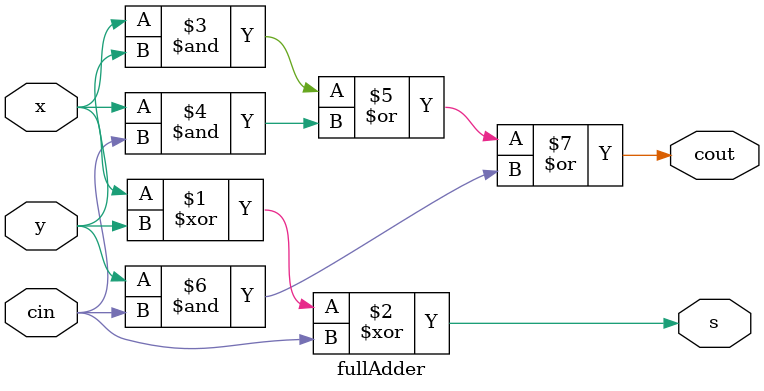
<source format=v>
module fullAdder (cin, x, y, s, cout);
input cin, x, y;
output s, cout;
assign s = x ^ y ^ cin;
assign cout = (x & y) | (x & cin) | (y & cin);
endmodule

</source>
